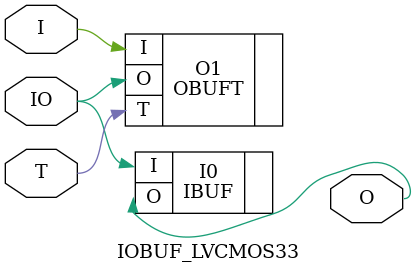
<source format=v>


`timescale  1 ps / 1 ps


module IOBUF_LVCMOS33 (O, IO, I, T);

    output O;

    inout  IO;

    input  I, T;

        OBUFT #(.IOSTANDARD("LVCMOS33") ) O1 (.O(IO), .I(I), .T(T)); 
	IBUF #(.IOSTANDARD("LVCMOS33"))  I0 (.O(O), .I(IO));
        

endmodule



</source>
